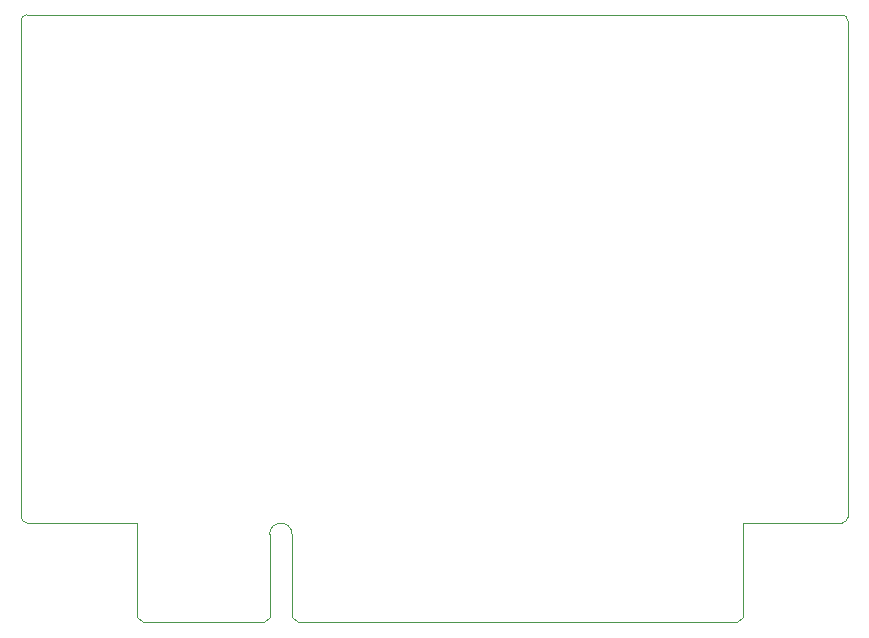
<source format=gm1>
%TF.GenerationSoftware,KiCad,Pcbnew,9.0.4+dfsg-1*%
%TF.CreationDate,2025-10-04T09:30:26+08:00*%
%TF.ProjectId,stmw-mcu-stm32f407,73746d77-2d6d-4637-952d-73746d333266,a*%
%TF.SameCoordinates,Original*%
%TF.FileFunction,Profile,NP*%
%FSLAX45Y45*%
G04 Gerber Fmt 4.5, Leading zero omitted, Abs format (unit mm)*
G04 Created by KiCad (PCBNEW 9.0.4+dfsg-1) date 2025-10-04 09:30:26*
%MOMM*%
%LPD*%
G01*
G04 APERTURE LIST*
%TA.AperFunction,Profile*%
%ADD10C,0.050000*%
%TD*%
G04 APERTURE END LIST*
D10*
%TO.C,J1*%
X11500000Y-11200000D02*
X11500000Y-7000000D01*
X11550000Y-6950000D02*
X18450000Y-6950000D01*
X12485000Y-11250000D02*
X11550000Y-11250000D01*
X12485000Y-11250000D02*
X12485000Y-12045000D01*
X12485000Y-12045000D02*
X12535000Y-12095000D01*
X12535000Y-12095000D02*
X13555000Y-12095000D01*
X13605000Y-11350000D02*
X13605000Y-12045000D01*
X13605000Y-12045000D02*
X13555000Y-12095000D01*
X13795000Y-11350000D02*
X13795000Y-12045000D01*
X13795000Y-12045000D02*
X13845000Y-12095000D01*
X13845000Y-12095000D02*
X17565000Y-12095000D01*
X17615000Y-11250000D02*
X17615000Y-12045000D01*
X17615000Y-11250000D02*
X18450000Y-11250000D01*
X17615000Y-12045000D02*
X17565000Y-12095000D01*
X18500000Y-7000000D02*
X18500000Y-11200000D01*
X11500000Y-7000000D02*
G75*
G02*
X11550000Y-6950000I50000J0D01*
G01*
X11550000Y-11250000D02*
G75*
G02*
X11500000Y-11200000I0J50000D01*
G01*
X13605000Y-11350000D02*
G75*
G02*
X13795000Y-11350000I95000J0D01*
G01*
X18450000Y-6950000D02*
G75*
G02*
X18500000Y-7000000I0J-50000D01*
G01*
X18500000Y-11200000D02*
G75*
G02*
X18450000Y-11250000I-50000J0D01*
G01*
%TD*%
M02*

</source>
